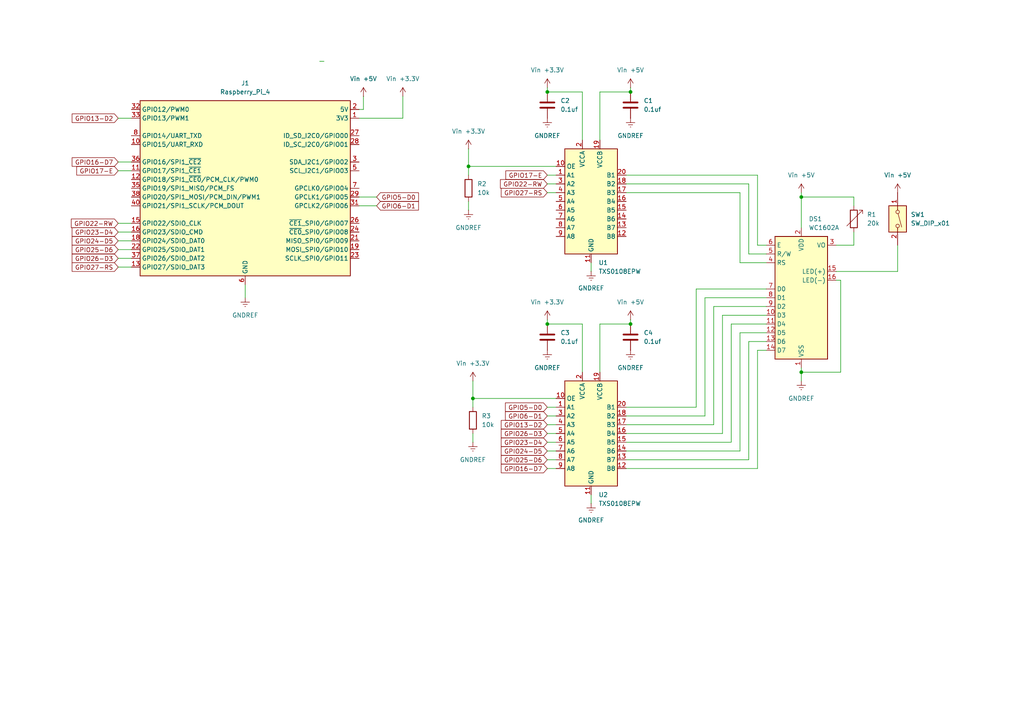
<source format=kicad_sch>
(kicad_sch (version 20250114) (generator "eeschema") (generator_version "9.0")
  (paper "A4")
  (title_block (title "1602A Module Schematics") (date "2025-08-05") (rev "Draft") (company "Yigit Orcun Gokbulut"))
  (lib_symbols
    (symbol "Connector:Raspberry_Pi_4"
      (property "Reference" "J" (at -17.526 48.768 0))
      (property "Value" "Raspberry_Pi_4" (at 15.748 -26.416 0))
      (symbol "Raspberry_Pi_4_0_1"
        (rectangle (start -30.48 25.4) (end 30.48 -25.4) (stroke (width 0.254)) (fill (type background)))
      )
      (symbol "Raspberry_Pi_4_1_1"
        (pin bidirectional line (at -33.02 22.86 0) (length 2.54) (name "GPIO12/PWM0") (number "32"))
        (pin bidirectional line (at -33.02 20.32 0) (length 2.54) (name "GPIO13/PWM1") (number "33"))
        (pin bidirectional line (at -33.02 15.24 0) (length 2.54) (name "GPIO14/UART_TXD") (number "8"))
        (pin bidirectional line (at -33.02 12.7 0) (length 2.54) (name "GPIO15/UART_RXD") (number "10"))
        (pin bidirectional line (at -33.02 7.62 0) (length 2.54) (name "GPIO16/SPI1_~{CE2}") (number "36"))
        (pin bidirectional line (at -33.02 5.08 0) (length 2.54) (name "GPIO17/SPI1_~{CE1}") (number "11"))
        (pin bidirectional line (at -33.02 2.54 0) (length 2.54) (name "GPIO18/SPI1_~{CE0}/PCM_CLK/PWM0") (number "12"))
        (pin bidirectional line (at -33.02 0 0) (length 2.54) (name "GPIO19/SPI1_MISO/PCM_FS") (number "35"))
        (pin bidirectional line (at -33.02 -2.54 0) (length 2.54) (name "GPIO20/SPI1_MOSI/PCM_DIN/PWM1") (number "38"))
        (pin bidirectional line (at -33.02 -5.08 0) (length 2.54) (name "GPIO21/SPI1_SCLK/PCM_DOUT") (number "40"))
        (pin bidirectional line (at -33.02 -10.16 0) (length 2.54) (name "GPIO22/SDIO_CLK") (number "15"))
        (pin bidirectional line (at -33.02 -12.7 0) (length 2.54) (name "GPIO23/SDIO_CMD") (number "16"))
        (pin bidirectional line (at -33.02 -15.24 0) (length 2.54) (name "GPIO24/SDIO_DAT0") (number "18"))
        (pin bidirectional line (at -33.02 -17.78 0) (length 2.54) (name "GPIO25/SDIO_DAT1") (number "22"))
        (pin bidirectional line (at -33.02 -20.32 0) (length 2.54) (name "GPIO26/SDIO_DAT2") (number "37"))
        (pin bidirectional line (at -33.02 -22.86 0) (length 2.54) (name "GPIO27/SDIO_DAT3") (number "13"))
        (pin passive line (at 0 -27.94 90) (length 2.54) (hide yes) (name "GND") (number "14"))
        (pin passive line (at 0 -27.94 90) (length 2.54) (hide yes) (name "GND") (number "20"))
        (pin passive line (at 0 -27.94 90) (length 2.54) (hide yes) (name "GND") (number "25"))
        (pin passive line (at 0 -27.94 90) (length 2.54) (hide yes) (name "GND") (number "30"))
        (pin passive line (at 0 -27.94 90) (length 2.54) (hide yes) (name "GND") (number "34"))
        (pin passive line (at 0 -27.94 90) (length 2.54) (hide yes) (name "GND") (number "39"))
        (pin power_out line (at 0 -27.94 90) (length 2.54) (name "GND") (number "6"))
        (pin passive line (at 0 -27.94 90) (length 2.54) (hide yes) (name "GND") (number "9"))
        (pin power_out line (at 33.02 22.86 180) (length 2.54) (name "5V") (number "2"))
        (pin passive line (at 33.02 22.86 180) (length 2.54) (hide yes) (name "5V") (number "4"))
        (pin power_out line (at 33.02 20.32 180) (length 2.54) (name "3V3") (number "1"))
        (pin passive line (at 33.02 20.32 180) (length 2.54) (hide yes) (name "3V3") (number "17"))
        (pin bidirectional line (at 33.02 15.24 180) (length 2.54) (name "ID_SD_I2C0/GPIO00") (number "27"))
        (pin bidirectional line (at 33.02 12.7 180) (length 2.54) (name "ID_SC_I2C0/GPIO01") (number "28"))
        (pin bidirectional line (at 33.02 7.62 180) (length 2.54) (name "SDA_I2C1/GPIO02") (number "3"))
        (pin bidirectional line (at 33.02 5.08 180) (length 2.54) (name "SCL_I2C1/GPIO03") (number "5"))
        (pin bidirectional line (at 33.02 0 180) (length 2.54) (name "GPCLK0/GPIO04") (number "7"))
        (pin bidirectional line (at 33.02 -2.54 180) (length 2.54) (name "GPCLK1/GPIO05") (number "29"))
        (pin bidirectional line (at 33.02 -5.08 180) (length 2.54) (name "GPCLK2/GPIO06") (number "31"))
        (pin bidirectional line (at 33.02 -10.16 180) (length 2.54) (name "~{CE1}_SPI0/GPIO07") (number "26"))
        (pin bidirectional line (at 33.02 -12.7 180) (length 2.54) (name "~{CE0}_SPI0/GPIO08") (number "24"))
        (pin bidirectional line (at 33.02 -15.24 180) (length 2.54) (name "MISO_SPI0/GPIO09") (number "21"))
        (pin bidirectional line (at 33.02 -17.78 180) (length 2.54) (name "MOSI_SPI0/GPIO10") (number "19"))
        (pin bidirectional line (at 33.02 -20.32 180) (length 2.54) (name "SCLK_SPI0/GPIO11") (number "23"))
      )
    )
    (symbol "Device:C" (pin_numbers (hide yes)) (pin_names (offset 0.254))
      (property "Reference" "C" (at 0.635 2.54 0))
      (property "Value" "C" (at 0.635 -2.54 0))
      (symbol "C_0_1"
        (polyline (pts (xy -2.032 0.762) (xy 2.032 0.762)) (stroke (width 0.508)))
        (polyline (pts (xy -2.032 -0.762) (xy 2.032 -0.762)) (stroke (width 0.508)))
      )
      (symbol "C_1_1"
        (pin passive line (at 0 3.81 270) (length 2.794) (name "~") (number "1"))
        (pin passive line (at 0 -3.81 90) (length 2.794) (name "~") (number "2"))
      )
    )
    (symbol "Device:R" (pin_numbers (hide yes)) (pin_names (offset 0))
      (property "Reference" "R" (at 2.032 0 90))
      (property "Value" "R" (at 0 0 90))
      (symbol "R_0_1"
        (rectangle (start -1.016 -2.54) (end 1.016 2.54) (stroke (width 0.254)))
      )
      (symbol "R_1_1"
        (pin passive line (at 0 3.81 270) (length 1.27) (name "~") (number "1"))
        (pin passive line (at 0 -3.81 90) (length 1.27) (name "~") (number "2"))
      )
    )
    (symbol "Device:R_Variable" (pin_numbers (hide yes)) (pin_names (offset 0))
      (property "Reference" "R" (at 2.54 -2.54 90))
      (property "Value" "R_Variable" (at -2.54 -1.27 90))
      (symbol "R_Variable_0_1"
        (rectangle (start -1.016 -2.54) (end 1.016 2.54) (stroke (width 0.254)))
        (polyline (pts (xy 2.54 1.524) (xy 2.54 2.54) (xy 1.524 2.54) (xy 2.54 2.54) (xy -2.032 -2.032)))
      )
      (symbol "R_Variable_1_1"
        (pin passive line (at 0 3.81 270) (length 1.27) (name "~") (number "1"))
        (pin passive line (at 0 -3.81 90) (length 1.27) (name "~") (number "2"))
      )
    )
    (symbol "Display_Character:WC1602A"
      (property "Reference" "DS" (at -5.842 19.05 0))
      (property "Value" "WC1602A" (at 5.334 19.05 0))
      (symbol "WC1602A_1_1"
        (rectangle (start -7.62 17.78) (end 7.62 -17.78) (stroke (width 0.254)) (fill (type background)))
        (pin input line (at -10.16 15.24 0) (length 2.54) (name "E") (number "6"))
        (pin input line (at -10.16 12.7 0) (length 2.54) (name "R/W") (number "5"))
        (pin input line (at -10.16 10.16 0) (length 2.54) (name "RS") (number "4"))
        (pin input line (at -10.16 2.54 0) (length 2.54) (name "D0") (number "7"))
        (pin input line (at -10.16 0 0) (length 2.54) (name "D1") (number "8"))
        (pin input line (at -10.16 -2.54 0) (length 2.54) (name "D2") (number "9"))
        (pin input line (at -10.16 -5.08 0) (length 2.54) (name "D3") (number "10"))
        (pin input line (at -10.16 -7.62 0) (length 2.54) (name "D4") (number "11"))
        (pin input line (at -10.16 -10.16 0) (length 2.54) (name "D5") (number "12"))
        (pin input line (at -10.16 -12.7 0) (length 2.54) (name "D6") (number "13"))
        (pin input line (at -10.16 -15.24 0) (length 2.54) (name "D7") (number "14"))
        (pin power_in line (at 0 20.32 270) (length 2.54) (name "VDD") (number "2"))
        (pin power_in line (at 0 -20.32 90) (length 2.54) (name "VSS") (number "1"))
        (pin input line (at 10.16 15.24 180) (length 2.54) (name "VO") (number "3"))
        (pin power_in line (at 10.16 7.62 180) (length 2.54) (name "LED(+)") (number "15"))
        (pin power_in line (at 10.16 5.08 180) (length 2.54) (name "LED(-)") (number "16"))
      )
    )
    (symbol "Logic_LevelTranslator:TXS0108EPW"
      (property "Reference" "U" (at -6.35 16.51 0))
      (property "Value" "TXS0108EPW" (at 3.81 16.51 0))
      (symbol "TXS0108EPW_0_1"
        (rectangle (start -7.62 15.24) (end 7.62 -15.24) (stroke (width 0.254)) (fill (type background)))
      )
      (symbol "TXS0108EPW_1_1"
        (pin input line (at -10.16 10.16 0) (length 2.54) (name "OE") (number "10"))
        (pin bidirectional line (at -10.16 7.62 0) (length 2.54) (name "A1") (number "1"))
        (pin bidirectional line (at -10.16 5.08 0) (length 2.54) (name "A2") (number "3"))
        (pin bidirectional line (at -10.16 2.54 0) (length 2.54) (name "A3") (number "4"))
        (pin bidirectional line (at -10.16 0 0) (length 2.54) (name "A4") (number "5"))
        (pin bidirectional line (at -10.16 -2.54 0) (length 2.54) (name "A5") (number "6"))
        (pin bidirectional line (at -10.16 -5.08 0) (length 2.54) (name "A6") (number "7"))
        (pin bidirectional line (at -10.16 -7.62 0) (length 2.54) (name "A7") (number "8"))
        (pin bidirectional line (at -10.16 -10.16 0) (length 2.54) (name "A8") (number "9"))
        (pin power_in line (at -2.54 17.78 270) (length 2.54) (name "VCCA") (number "2"))
        (pin power_in line (at 0 -17.78 90) (length 2.54) (name "GND") (number "11"))
        (pin power_in line (at 2.54 17.78 270) (length 2.54) (name "VCCB") (number "19"))
        (pin bidirectional line (at 10.16 7.62 180) (length 2.54) (name "B1") (number "20"))
        (pin bidirectional line (at 10.16 5.08 180) (length 2.54) (name "B2") (number "18"))
        (pin bidirectional line (at 10.16 2.54 180) (length 2.54) (name "B3") (number "17"))
        (pin bidirectional line (at 10.16 0 180) (length 2.54) (name "B4") (number "16"))
        (pin bidirectional line (at 10.16 -2.54 180) (length 2.54) (name "B5") (number "15"))
        (pin bidirectional line (at 10.16 -5.08 180) (length 2.54) (name "B6") (number "14"))
        (pin bidirectional line (at 10.16 -7.62 180) (length 2.54) (name "B7") (number "13"))
        (pin bidirectional line (at 10.16 -10.16 180) (length 2.54) (name "B8") (number "12"))
      )
    )
    (symbol "Switch:SW_DIP_x01" (pin_names (offset 0) (hide yes))
      (property "Reference" "SW" (at 0 3.81 0))
      (property "Value" "SW_DIP_x01" (at 0 -3.81 0))
      (symbol "SW_DIP_x01_0_0"
        (circle (center -2.032 0) (radius 0.508))
        (polyline (pts (xy -1.524 0.127) (xy 2.3622 1.1684)))
        (circle (center 2.032 0) (radius 0.508))
      )
      (symbol "SW_DIP_x01_0_1"
        (rectangle (start -3.81 2.54) (end 3.81 -2.54) (stroke (width 0.254)) (fill (type background)))
      )
      (symbol "SW_DIP_x01_1_1"
        (pin passive line (at -7.62 0 0) (length 5.08) (name "~") (number "1"))
        (pin passive line (at 7.62 0 180) (length 5.08) (name "~") (number "2"))
      )
    )
    (symbol "power:+3.3V" (power) (pin_numbers (hide yes)) (pin_names (offset 0) (hide yes))
      (property "Value" "+3.3V" (at 0 3.556 0))
      (symbol "+3.3V_0_1"
        (polyline (pts (xy -0.762 1.27) (xy 0 2.54)))
        (polyline (pts (xy 0 2.54) (xy 0.762 1.27)))
        (polyline (pts (xy 0 0) (xy 0 2.54)))
      )
      (symbol "+3.3V_1_1"
        (pin power_in line (at 0 0 90) (length 0) (name "~") (number "1"))
      )
    )
    (symbol "power:+5V" (power) (pin_numbers (hide yes)) (pin_names (offset 0) (hide yes))
      (property "Value" "+5V" (at 0 3.556 0))
      (symbol "+5V_0_1"
        (polyline (pts (xy -0.762 1.27) (xy 0 2.54)))
        (polyline (pts (xy 0 2.54) (xy 0.762 1.27)))
        (polyline (pts (xy 0 0) (xy 0 2.54)))
      )
      (symbol "+5V_1_1"
        (pin power_in line (at 0 0 90) (length 0) (name "~") (number "1"))
      )
    )
    (symbol "power:GNDREF" (power) (pin_numbers (hide yes)) (pin_names (offset 0) (hide yes))
      (property "Value" "GNDREF" (at 0 -3.81 0))
      (symbol "GNDREF_0_1"
        (polyline (pts (xy -0.635 -1.905) (xy 0.635 -1.905)))
        (polyline (pts (xy -0.127 -2.54) (xy 0.127 -2.54)))
        (polyline (pts (xy 0 -1.27) (xy 0 0)))
        (polyline (pts (xy 1.27 -1.27) (xy -1.27 -1.27)))
      )
      (symbol "GNDREF_1_1"
        (pin power_in line (at 0 0 270) (length 0) (name "~") (number "1"))
      )
    )
  )
  (junction (at 158.75 26.67))
  (junction (at 232.41 107.95))
  (junction (at 158.75 93.98))
  (junction (at 182.88 93.98))
  (junction (at 182.88 26.67))
  (junction (at 135.89 48.26))
  (junction (at 137.16 115.57))
  (junction (at 232.41 57.15))
  (wire (pts (xy 201.93 118.11) (xy 201.93 83.82)))
  (wire (pts (xy 212.09 93.98) (xy 222.25 93.98)))
  (wire (pts (xy 247.65 71.12) (xy 242.57 71.12)))
  (wire (pts (xy 158.75 133.35) (xy 161.29 133.35)))
  (wire (pts (xy 168.91 93.98) (xy 168.91 107.95)))
  (wire (pts (xy 137.16 115.57) (xy 137.16 118.11)))
  (wire (pts (xy 209.55 91.44) (xy 222.25 91.44)))
  (wire (pts (xy 232.41 107.95) (xy 232.41 106.68)))
  (wire (pts (xy 219.71 101.6) (xy 222.25 101.6)))
  (wire (pts (xy 158.75 93.98) (xy 168.91 93.98)))
  (wire (pts (xy 171.45 76.2) (xy 171.45 78.74)))
  (wire (pts (xy 158.75 53.34) (xy 161.29 53.34)))
  (wire (pts (xy 34.29 67.31) (xy 38.1 67.31)))
  (wire (pts (xy 217.17 53.34) (xy 217.17 73.66)))
  (wire (pts (xy 104.14 59.69) (xy 109.22 59.69)))
  (wire (pts (xy 204.47 120.65) (xy 204.47 86.36)))
  (wire (pts (xy 181.61 123.19) (xy 207.01 123.19)))
  (wire (pts (xy 173.99 93.98) (xy 173.99 107.95)))
  (wire (pts (xy 158.75 25.4) (xy 158.75 26.67)))
  (wire (pts (xy 217.17 133.35) (xy 217.17 99.06)))
  (wire (pts (xy 232.41 57.15) (xy 247.65 57.15)))
  (wire (pts (xy 204.47 86.36) (xy 222.25 86.36)))
  (wire (pts (xy 242.57 78.74) (xy 260.35 78.74)))
  (wire (pts (xy 181.61 128.27) (xy 212.09 128.27)))
  (wire (pts (xy 171.45 143.51) (xy 171.45 146.05)))
  (wire (pts (xy 207.01 123.19) (xy 207.01 88.9)))
  (wire (pts (xy 158.75 128.27) (xy 161.29 128.27)))
  (wire (pts (xy 158.75 55.88) (xy 161.29 55.88)))
  (wire (pts (xy 137.16 110.49) (xy 137.16 115.57)))
  (wire (pts (xy 161.29 48.26) (xy 135.89 48.26)))
  (wire (pts (xy 34.29 64.77) (xy 38.1 64.77)))
  (wire (pts (xy 181.61 120.65) (xy 204.47 120.65)))
  (wire (pts (xy 181.61 135.89) (xy 219.71 135.89)))
  (wire (pts (xy 135.89 58.42) (xy 135.89 60.96)))
  (wire (pts (xy 182.88 93.98) (xy 173.99 93.98)))
  (wire (pts (xy 173.99 26.67) (xy 173.99 40.64)))
  (wire (pts (xy 105.41 31.75) (xy 105.41 27.94)))
  (wire (pts (xy 243.84 81.28) (xy 243.84 107.95)))
  (wire (pts (xy 217.17 73.66) (xy 222.25 73.66)))
  (wire (pts (xy 181.61 55.88) (xy 214.63 55.88)))
  (wire (pts (xy 181.61 50.8) (xy 219.71 50.8)))
  (wire (pts (xy 137.16 115.57) (xy 161.29 115.57)))
  (wire (pts (xy 214.63 130.81) (xy 214.63 96.52)))
  (wire (pts (xy 217.17 99.06) (xy 222.25 99.06)))
  (wire (pts (xy 181.61 118.11) (xy 201.93 118.11)))
  (wire (pts (xy 219.71 71.12) (xy 222.25 71.12)))
  (wire (pts (xy 207.01 88.9) (xy 222.25 88.9)))
  (wire (pts (xy 104.14 57.15) (xy 109.22 57.15)))
  (wire (pts (xy 71.12 82.55) (xy 71.12 86.36)))
  (wire (pts (xy 243.84 107.95) (xy 232.41 107.95)))
  (wire (pts (xy 214.63 55.88) (xy 214.63 76.2)))
  (wire (pts (xy 232.41 55.88) (xy 232.41 57.15)))
  (wire (pts (xy 182.88 25.4) (xy 182.88 26.67)))
  (wire (pts (xy 135.89 48.26) (xy 135.89 50.8)))
  (wire (pts (xy 135.89 43.18) (xy 135.89 48.26)))
  (wire (pts (xy 116.84 34.29) (xy 104.14 34.29)))
  (wire (pts (xy 219.71 135.89) (xy 219.71 101.6)))
  (wire (pts (xy 137.16 125.73) (xy 137.16 128.27)))
  (wire (pts (xy 232.41 57.15) (xy 232.41 66.04)))
  (wire (pts (xy 242.57 81.28) (xy 243.84 81.28)))
  (wire (pts (xy 158.75 26.67) (xy 168.91 26.67)))
  (wire (pts (xy 232.41 110.49) (xy 232.41 107.95)))
  (wire (pts (xy 104.14 31.75) (xy 105.41 31.75)))
  (wire (pts (xy 247.65 59.69) (xy 247.65 57.15)))
  (wire (pts (xy 209.55 125.73) (xy 209.55 91.44)))
  (wire (pts (xy 158.75 120.65) (xy 161.29 120.65)))
  (wire (pts (xy 181.61 133.35) (xy 217.17 133.35)))
  (wire (pts (xy 158.75 92.71) (xy 158.75 93.98)))
  (wire (pts (xy 168.91 26.67) (xy 168.91 40.64)))
  (wire (pts (xy 34.29 46.99) (xy 38.1 46.99)))
  (wire (pts (xy 34.29 72.39) (xy 38.1 72.39)))
  (wire (pts (xy 34.29 69.85) (xy 38.1 69.85)))
  (wire (pts (xy 181.61 125.73) (xy 209.55 125.73)))
  (wire (pts (xy 158.75 130.81) (xy 161.29 130.81)))
  (wire (pts (xy 182.88 26.67) (xy 173.99 26.67)))
  (wire (pts (xy 34.29 77.47) (xy 38.1 77.47)))
  (wire (pts (xy 212.09 128.27) (xy 212.09 93.98)))
  (wire (pts (xy 34.29 74.93) (xy 38.1 74.93)))
  (wire (pts (xy 92.71 17.78) (xy 93.98 17.78)))
  (wire (pts (xy 158.75 125.73) (xy 161.29 125.73)))
  (wire (pts (xy 201.93 83.82) (xy 222.25 83.82)))
  (wire (pts (xy 158.75 135.89) (xy 161.29 135.89)))
  (wire (pts (xy 158.75 118.11) (xy 161.29 118.11)))
  (wire (pts (xy 260.35 78.74) (xy 260.35 71.12)))
  (wire (pts (xy 219.71 50.8) (xy 219.71 71.12)))
  (wire (pts (xy 158.75 123.19) (xy 161.29 123.19)))
  (wire (pts (xy 158.75 50.8) (xy 161.29 50.8)))
  (wire (pts (xy 247.65 67.31) (xy 247.65 71.12)))
  (wire (pts (xy 34.29 49.53) (xy 38.1 49.53)))
  (wire (pts (xy 34.29 34.29) (xy 38.1 34.29)))
  (wire (pts (xy 214.63 76.2) (xy 222.25 76.2)))
  (wire (pts (xy 181.61 130.81) (xy 214.63 130.81)))
  (wire (pts (xy 116.84 27.94) (xy 116.84 34.29)))
  (wire (pts (xy 214.63 96.52) (xy 222.25 96.52)))
  (wire (pts (xy 182.88 92.71) (xy 182.88 93.98)))
  (wire (pts (xy 181.61 53.34) (xy 217.17 53.34)))
  (global_label "GPIO13-D2" (shape input) (at 158.75 123.19 180) (property "Intersheetrefs" "${INTERSHEET_REFS}" (effects (hide yes))))
  (global_label "GPIO13-D2" (shape input) (at 34.29 34.29 180) (property "Intersheetrefs" "${INTERSHEET_REFS}" (effects (hide yes))))
  (global_label "GPIO23-D4" (shape input) (at 158.75 128.27 180) (property "Intersheetrefs" "${INTERSHEET_REFS}" (effects (hide yes))))
  (global_label "GPIO17-E" (shape input) (at 34.29 49.53 180) (property "Intersheetrefs" "${INTERSHEET_REFS}" (effects (hide yes))))
  (global_label "GPIO27-RS" (shape input) (at 34.29 77.47 180) (property "Intersheetrefs" "${INTERSHEET_REFS}" (effects (hide yes))))
  (global_label "GPIO16-D7" (shape input) (at 158.75 135.89 180) (property "Intersheetrefs" "${INTERSHEET_REFS}" (effects (hide yes))))
  (global_label "GPIO26-D3" (shape input) (at 158.75 125.73 180) (property "Intersheetrefs" "${INTERSHEET_REFS}" (effects (hide yes))))
  (global_label "GPIO22-RW" (shape input) (at 34.29 64.77 180) (property "Intersheetrefs" "${INTERSHEET_REFS}" (effects (hide yes))))
  (global_label "GPIO22-RW" (shape input) (at 158.75 53.34 180) (property "Intersheetrefs" "${INTERSHEET_REFS}" (effects (hide yes))))
  (global_label "GPIO24-D5" (shape input) (at 158.75 130.81 180) (property "Intersheetrefs" "${INTERSHEET_REFS}" (effects (hide yes))))
  (global_label "GPIO16-D7" (shape input) (at 34.29 46.99 180) (property "Intersheetrefs" "${INTERSHEET_REFS}" (effects (hide yes))))
  (global_label "GPIO24-D5" (shape input) (at 34.29 69.85 180) (property "Intersheetrefs" "${INTERSHEET_REFS}" (effects (hide yes))))
  (global_label "GPIO25-D6" (shape input) (at 158.75 133.35 180) (property "Intersheetrefs" "${INTERSHEET_REFS}" (effects (hide yes))))
  (global_label "GPIO27-RS" (shape input) (at 158.75 55.88 180) (property "Intersheetrefs" "${INTERSHEET_REFS}" (effects (hide yes))))
  (global_label "GPIO6-D1" (shape input) (at 158.75 120.65 180) (property "Intersheetrefs" "${INTERSHEET_REFS}" (effects (hide yes))))
  (global_label "GPIO26-D3" (shape input) (at 34.29 74.93 180) (property "Intersheetrefs" "${INTERSHEET_REFS}" (effects (hide yes))))
  (global_label "GPIO5-D0" (shape input) (at 109.22 57.15 0) (property "Intersheetrefs" "${INTERSHEET_REFS}" (effects (hide yes))))
  (global_label "GPIO25-D6" (shape input) (at 34.29 72.39 180) (property "Intersheetrefs" "${INTERSHEET_REFS}" (effects (hide yes))))
  (global_label "GPIO6-D1" (shape input) (at 109.22 59.69 0) (property "Intersheetrefs" "${INTERSHEET_REFS}" (effects (hide yes))))
  (global_label "GPIO5-D0" (shape input) (at 158.75 118.11 180) (property "Intersheetrefs" "${INTERSHEET_REFS}" (effects (hide yes))))
  (global_label "GPIO17-E" (shape input) (at 158.75 50.8 180) (property "Intersheetrefs" "${INTERSHEET_REFS}" (effects (hide yes))))
  (global_label "GPIO23-D4" (shape input) (at 34.29 67.31 180) (property "Intersheetrefs" "${INTERSHEET_REFS}" (effects (hide yes))))
  (symbol (lib_id "power:GNDREF") (at 158.75 101.6 0) (unit 1)
    (property "Reference" "#PWR07" (effects (hide yes)))
    (property "Value" "GNDREF" (at 158.75 106.68 0))
    (property "Description" "Power symbol creates a global label with name \"GNDREF\" , reference supply ground" (effects (hide yes)))
  )
  (symbol (lib_id "power:+3.3V") (at 158.75 92.71 0) (unit 1)
    (property "Reference" "#PWR05" (effects (hide yes)))
    (property "Value" "Vin +3.3V" (at 158.75 87.63 0))
    (property "Description" "Power symbol creates a global label with name \"+3.3V\"" (effects (hide yes)))
  )
  (symbol (lib_id "Device:C") (at 182.88 97.79 0) (unit 1)
    (property "Reference" "C4" (at 186.69 96.5199 0) (effects (justify left)))
    (property "Value" "0.1uf" (at 186.69 99.0599 0) (effects (justify left)))
    (property "Description" "Unpolarized capacitor" (effects (hide yes)))
  )
  (symbol (lib_id "power:+3.3V") (at 158.75 25.4 0) (unit 1)
    (property "Reference" "#PWR02" (effects (hide yes)))
    (property "Value" "Vin +3.3V" (at 158.75 20.32 0))
    (property "Description" "Power symbol creates a global label with name \"+3.3V\"" (effects (hide yes)))
  )
  (symbol (lib_id "power:GNDREF") (at 232.41 110.49 0) (unit 1)
    (property "Reference" "#PWR012" (effects (hide yes)))
    (property "Value" "GNDREF" (at 232.41 115.57 0))
    (property "Description" "Power symbol creates a global label with name \"GNDREF\" , reference supply ground" (effects (hide yes)))
  )
  (symbol (lib_id "power:+5V") (at 232.41 55.88 0) (unit 1)
    (property "Reference" "#PWR013" (effects (hide yes)))
    (property "Value" "Vin +5V" (at 232.41 50.8 0))
    (property "Description" "Power symbol creates a global label with name \"+5V\"" (effects (hide yes)))
  )
  (symbol (lib_id "power:+5V") (at 182.88 92.71 0) (unit 1)
    (property "Reference" "#PWR010" (effects (hide yes)))
    (property "Value" "Vin +5V" (at 182.88 87.63 0))
    (property "Description" "Power symbol creates a global label with name \"+5V\"" (effects (hide yes)))
  )
  (symbol (lib_id "power:GNDREF") (at 137.16 128.27 0) (unit 1)
    (property "Reference" "#PWR021" (effects (hide yes)))
    (property "Value" "GNDREF" (at 137.16 133.35 0))
    (property "Description" "Power symbol creates a global label with name \"GNDREF\" , reference supply ground" (effects (hide yes)))
  )
  (symbol (lib_id "power:+5V") (at 105.41 27.94 0) (unit 1)
    (property "Reference" "#PWR016" (effects (hide yes)))
    (property "Value" "Vin +5V" (at 105.41 22.86 0))
    (property "Description" "Power symbol creates a global label with name \"+5V\"" (effects (hide yes)))
  )
  (symbol (lib_id "Display_Character:WC1602A") (at 232.41 86.36 0) (unit 1)
    (property "Reference" "DS1" (at 234.5533 63.5 0) (effects (justify left)))
    (property "Value" "WC1602A" (at 234.5533 66.04 0) (effects (justify left)))
    (property "Footprint" "Display:WC1602A" (effects (hide yes)))
    (property "Datasheet" "http://www.wincomlcd.com/pdf/WC1602A-SFYLYHTC06.pdf" (effects (hide yes)))
    (property "Description" "LCD 16x2 Alphanumeric , 8 bit parallel bus, 5V VDD" (effects (hide yes)))
  )
  (symbol (lib_id "Device:C") (at 182.88 30.48 0) (unit 1)
    (property "Reference" "C1" (at 186.69 29.2099 0) (effects (justify left)))
    (property "Value" "0.1uf" (at 186.69 31.7499 0) (effects (justify left)))
    (property "Description" "Unpolarized capacitor" (effects (hide yes)))
  )
  (symbol (lib_id "Switch:SW_DIP_x01") (at 260.35 63.5 270) (unit 1)
    (property "Reference" "SW1" (at 264.16 62.2299 90) (effects (justify left)))
    (property "Value" "SW_DIP_x01" (at 264.16 64.7699 90) (effects (justify left)))
    (property "Description" "1x DIP Switch, Single Pole Single Throw (SPST) switch, small symbol" (effects (hide yes)))
  )
  (symbol (lib_id "power:GNDREF") (at 171.45 146.05 0) (unit 1)
    (property "Reference" "#PWR09" (effects (hide yes)))
    (property "Value" "GNDREF" (at 171.45 150.876 0))
    (property "Description" "Power symbol creates a global label with name \"GNDREF\" , reference supply ground" (effects (hide yes)))
  )
  (symbol (lib_id "power:+3.3V") (at 137.16 110.49 0) (unit 1)
    (property "Reference" "#PWR020" (effects (hide yes)))
    (property "Value" "Vin +3.3V" (at 137.16 105.41 0))
    (property "Description" "Power symbol creates a global label with name \"+3.3V\"" (effects (hide yes)))
  )
  (symbol (lib_id "power:GNDREF") (at 135.89 60.96 0) (unit 1)
    (property "Reference" "#PWR018" (effects (hide yes)))
    (property "Value" "GNDREF" (at 135.89 66.04 0))
    (property "Description" "Power symbol creates a global label with name \"GNDREF\" , reference supply ground" (effects (hide yes)))
  )
  (symbol (lib_id "Device:R_Variable") (at 247.65 63.5 0) (unit 1)
    (property "Reference" "R1" (at 251.46 62.2299 0) (effects (justify left)))
    (property "Value" "20k" (at 251.46 64.7699 0) (effects (justify left)))
    (property "Description" "Variable resistor" (effects (hide yes)))
  )
  (symbol (lib_id "Device:R") (at 135.89 54.61 0) (unit 1)
    (property "Reference" "R2" (at 138.43 53.3399 0) (effects (justify left)))
    (property "Value" "10k" (at 138.43 55.8799 0) (effects (justify left)))
    (property "Description" "Resistor" (effects (hide yes)))
  )
  (symbol (lib_id "power:GNDREF") (at 71.12 86.36 0) (unit 1)
    (property "Reference" "#PWR06" (effects (hide yes)))
    (property "Value" "GNDREF" (at 71.12 91.44 0))
    (property "Description" "Power symbol creates a global label with name \"GNDREF\" , reference supply ground" (effects (hide yes)))
  )
  (symbol (lib_id "power:+5V") (at 182.88 25.4 0) (unit 1)
    (property "Reference" "#PWR01" (effects (hide yes)))
    (property "Value" "Vin +5V" (at 182.88 20.32 0))
    (property "Description" "Power symbol creates a global label with name \"+5V\"" (effects (hide yes)))
  )
  (symbol (lib_id "power:+3.3V") (at 135.89 43.18 0) (unit 1)
    (property "Reference" "#PWR019" (effects (hide yes)))
    (property "Value" "Vin +3.3V" (at 135.89 38.1 0))
    (property "Description" "Power symbol creates a global label with name \"+3.3V\"" (effects (hide yes)))
  )
  (symbol (lib_id "power:GNDREF") (at 158.75 34.29 0) (unit 1)
    (property "Reference" "#PWR03" (effects (hide yes)))
    (property "Value" "GNDREF" (at 158.75 39.37 0))
    (property "Description" "Power symbol creates a global label with name \"GNDREF\" , reference supply ground" (effects (hide yes)))
  )
  (symbol (lib_id "power:GNDREF") (at 182.88 34.29 0) (unit 1)
    (property "Reference" "#PWR08" (effects (hide yes)))
    (property "Value" "GNDREF" (at 182.88 39.37 0))
    (property "Description" "Power symbol creates a global label with name \"GNDREF\" , reference supply ground" (effects (hide yes)))
  )
  (symbol (lib_id "power:GNDREF") (at 182.88 101.6 0) (unit 1)
    (property "Reference" "#PWR011" (effects (hide yes)))
    (property "Value" "GNDREF" (at 182.88 106.68 0))
    (property "Description" "Power symbol creates a global label with name \"GNDREF\" , reference supply ground" (effects (hide yes)))
  )
  (symbol (lib_id "Logic_LevelTranslator:TXS0108EPW") (at 171.45 125.73 0) (unit 1)
    (property "Reference" "U2" (at 173.5933 143.51 0) (effects (justify left)))
    (property "Value" "TXS0108EPW" (at 173.5933 146.05 0) (effects (justify left)))
    (property "Footprint" "Package_SO:TSSOP-20_4.4x6.5mm_P0.65mm" (effects (hide yes)))
    (property "Datasheet" "www.ti.com/lit/ds/symlink/txs0108e.pdf" (effects (hide yes)))
    (property "Description" "Bidirectional  level-shifting voltage translator, TSSOP-20" (effects (hide yes)))
  )
  (symbol (lib_id "Device:C") (at 158.75 97.79 0) (unit 1)
    (property "Reference" "C3" (at 162.56 96.5199 0) (effects (justify left)))
    (property "Value" "0.1uf" (at 162.56 99.0599 0) (effects (justify left)))
    (property "Description" "Unpolarized capacitor" (effects (hide yes)))
  )
  (symbol (lib_id "Logic_LevelTranslator:TXS0108EPW") (at 171.45 58.42 0) (unit 1)
    (property "Reference" "U1" (at 173.5933 76.2 0) (effects (justify left)))
    (property "Value" "TXS0108EPW" (at 173.5933 78.74 0) (effects (justify left)))
    (property "Footprint" "Package_SO:TSSOP-20_4.4x6.5mm_P0.65mm" (effects (hide yes)))
    (property "Datasheet" "www.ti.com/lit/ds/symlink/txs0108e.pdf" (effects (hide yes)))
    (property "Description" "Bidirectional  level-shifting voltage translator, TSSOP-20" (effects (hide yes)))
  )
  (symbol (lib_id "power:+5V") (at 260.35 55.88 0) (unit 1)
    (property "Reference" "#PWR015" (effects (hide yes)))
    (property "Value" "Vin +5V" (at 260.35 50.8 0))
    (property "Description" "Power symbol creates a global label with name \"+5V\"" (effects (hide yes)))
  )
  (symbol (lib_id "Device:R") (at 137.16 121.92 0) (unit 1)
    (property "Reference" "R3" (at 139.7 120.6499 0) (effects (justify left)))
    (property "Value" "10k" (at 139.7 123.1899 0) (effects (justify left)))
    (property "Description" "Resistor" (effects (hide yes)))
  )
  (symbol (lib_id "power:GNDREF") (at 171.45 78.74 0) (unit 1)
    (property "Reference" "#PWR04" (effects (hide yes)))
    (property "Value" "GNDREF" (at 171.45 83.566 0))
    (property "Description" "Power symbol creates a global label with name \"GNDREF\" , reference supply ground" (effects (hide yes)))
  )
  (symbol (lib_id "Connector:Raspberry_Pi_4") (at 71.12 54.61 0) (unit 1)
    (property "Reference" "J1" (at 71.12 24.13 0))
    (property "Value" "Raspberry_Pi_4" (at 71.12 26.67 0))
    (property "Datasheet" "https://datasheets.raspberrypi.com/rpi4/raspberry-pi-4-datasheet.pdf" (effects (hide yes)))
    (property "Description" "Raspberry Pi 4 Model B" (effects (hide yes)))
  )
  (symbol (lib_id "power:+3.3V") (at 116.84 27.94 0) (unit 1)
    (property "Reference" "#PWR017" (effects (hide yes)))
    (property "Value" "Vin +3.3V" (at 116.84 22.86 0))
    (property "Description" "Power symbol creates a global label with name \"+3.3V\"" (effects (hide yes)))
  )
  (symbol (lib_id "Device:C") (at 158.75 30.48 0) (unit 1)
    (property "Reference" "C2" (at 162.56 29.2099 0) (effects (justify left)))
    (property "Value" "0.1uf" (at 162.56 31.7499 0) (effects (justify left)))
    (property "Description" "Unpolarized capacitor" (effects (hide yes)))
  )
)
</source>
